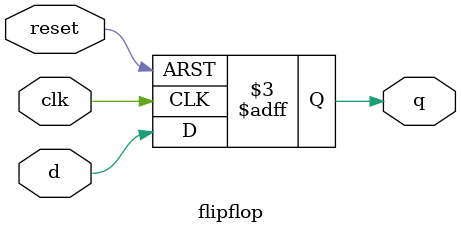
<source format=v>
`timescale 1ns / 1ps
module flipflop(output reg q,input d,input clk,input reset);
always @(posedge clk or posedge reset)
begin
if(reset == 1)
   q<= 0;
else 
   q<= d;
end
endmodule


</source>
